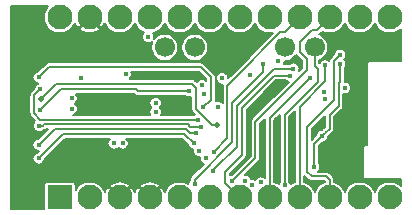
<source format=gbr>
G04 #@! TF.GenerationSoftware,KiCad,Pcbnew,5.1.5+dfsg1-2build2*
G04 #@! TF.CreationDate,2021-03-15T22:22:59+01:00*
G04 #@! TF.ProjectId,ProMicro_ESP,50726f4d-6963-4726-9f5f-4553502e6b69,v1.0*
G04 #@! TF.SameCoordinates,Original*
G04 #@! TF.FileFunction,Copper,L2,Inr*
G04 #@! TF.FilePolarity,Positive*
%FSLAX46Y46*%
G04 Gerber Fmt 4.6, Leading zero omitted, Abs format (unit mm)*
G04 Created by KiCad*
%MOMM*%
%LPD*%
G04 APERTURE LIST*
%ADD10C,1.700000*%
%ADD11C,2.100000*%
%ADD12R,2.100000X2.100000*%
%ADD13C,0.500000*%
%ADD14C,0.450000*%
%ADD15C,0.200000*%
G04 APERTURE END LIST*
D10*
X135890000Y-82550000D03*
X133350000Y-82550000D03*
X143510000Y-82550000D03*
X146050000Y-82550000D03*
D11*
X124460000Y-80010000D03*
X127000000Y-80010000D03*
X129540000Y-80010000D03*
X152400000Y-95250000D03*
X132080000Y-80010000D03*
X149860000Y-95250000D03*
X134620000Y-80010000D03*
X147320000Y-95250000D03*
X137160000Y-80010000D03*
X144780000Y-95250000D03*
X139700000Y-80010000D03*
X142240000Y-95250000D03*
X142240000Y-80010000D03*
X139700000Y-95250000D03*
X144780000Y-80010000D03*
X137160000Y-95250000D03*
X147320000Y-80010000D03*
X134620000Y-95250000D03*
X149860000Y-80010000D03*
X132080000Y-95250000D03*
X152400000Y-80010000D03*
X129540000Y-95250000D03*
X127000000Y-95250000D03*
D12*
X124460000Y-95250000D03*
D13*
X142875000Y-90805000D03*
D14*
X146685000Y-89090500D03*
X147193000Y-91059000D03*
X148082000Y-91186000D03*
X148971000Y-91313000D03*
X149860000Y-90805000D03*
X150368000Y-89027000D03*
X150368000Y-89662000D03*
X150368000Y-90297000D03*
X150368000Y-88392000D03*
X150368000Y-87757000D03*
X150368000Y-87122000D03*
X150368000Y-86487000D03*
X150368000Y-85852000D03*
X150368000Y-85217000D03*
X150368000Y-84582000D03*
X149987000Y-93091000D03*
X149987000Y-84074000D03*
X149987000Y-83439000D03*
X149987000Y-82804000D03*
X149860000Y-91567000D03*
X146050000Y-94234000D03*
X122682000Y-90043000D03*
X120904000Y-94615000D03*
X121793000Y-94615000D03*
X122682000Y-94615000D03*
X120904000Y-80645000D03*
X121793000Y-80645000D03*
X122682000Y-80645000D03*
X146685000Y-92329000D03*
X132969000Y-90424000D03*
X128905000Y-88138000D03*
X130048000Y-86741000D03*
X141605000Y-90805000D03*
X132842000Y-85090000D03*
X125349000Y-90678000D03*
X125349000Y-91313000D03*
X124460000Y-83566000D03*
X123571000Y-83566000D03*
X147574000Y-82804000D03*
X148590000Y-90551000D03*
X133731000Y-90424000D03*
X131318000Y-84963000D03*
X147574000Y-82042000D03*
X148209000Y-82423000D03*
X133985000Y-92583000D03*
D13*
X144145000Y-90805000D03*
D14*
X140462000Y-90805000D03*
D13*
X140970000Y-81026000D03*
X139065000Y-82550000D03*
X133731000Y-88074500D03*
D14*
X144780000Y-83693000D03*
D13*
X127508000Y-83058000D03*
D14*
X146685000Y-90043000D03*
X148209000Y-83947000D03*
X146005567Y-92656978D03*
X141656859Y-83943285D03*
X135890000Y-94107000D03*
X142984990Y-83731647D03*
X140606848Y-84854003D03*
X137504344Y-91387833D03*
X136844115Y-91930990D03*
X148607010Y-85965487D03*
X148209000Y-83185000D03*
X146939000Y-84074000D03*
X136542010Y-85761021D03*
X145669000Y-85126021D03*
X143980701Y-84945990D03*
X146909955Y-86943415D03*
X146853937Y-86293072D03*
X129032000Y-90678000D03*
X141478000Y-93980000D03*
X129794000Y-90678000D03*
X140742995Y-94207005D03*
X138229739Y-85163261D03*
X144254990Y-84345010D03*
X137428134Y-92973944D03*
X139065000Y-93853000D03*
X136271000Y-91313000D03*
X137855250Y-87591554D03*
X136715500Y-86530977D03*
X135432399Y-86250010D03*
X122826010Y-87820500D03*
X143510000Y-94234000D03*
X140159967Y-93843178D03*
X122682000Y-91948000D03*
X135805510Y-90670527D03*
X122682000Y-90805000D03*
X135976457Y-89771778D03*
X136428174Y-89246768D03*
X122730009Y-89179169D03*
X122809000Y-86106000D03*
X136142268Y-88663010D03*
X122682000Y-85090000D03*
X136634990Y-87612990D03*
X130048008Y-84836000D03*
X126238000Y-85107010D03*
X131953000Y-81661000D03*
X132588000Y-88011000D03*
X125476000Y-87757000D03*
X125476000Y-86868000D03*
X132588000Y-87266010D03*
D13*
X137795000Y-89107990D03*
X122851000Y-86931500D03*
D15*
X146005567Y-90722433D02*
X146685000Y-90043000D01*
X146005567Y-92656978D02*
X146005567Y-90722433D01*
X148209000Y-85471000D02*
X148209000Y-83947000D01*
X148082000Y-85598000D02*
X148209000Y-85471000D01*
X148082000Y-87503000D02*
X148082000Y-85598000D01*
X147320000Y-88265000D02*
X148082000Y-87503000D01*
X146937001Y-89806001D02*
X147320000Y-89423002D01*
X147320000Y-89423002D02*
X147320000Y-88265000D01*
X146921999Y-89806001D02*
X146937001Y-89806001D01*
X146685000Y-90043000D02*
X146921999Y-89806001D01*
X135890000Y-93788802D02*
X135890000Y-94107000D01*
X135890000Y-93769601D02*
X135890000Y-93788802D01*
X139065000Y-90594601D02*
X135890000Y-93769601D01*
X141656859Y-84657141D02*
X139065000Y-87249000D01*
X139065000Y-87249000D02*
X139065000Y-90594601D01*
X141656859Y-83943285D02*
X141656859Y-84657141D01*
X143510000Y-81280000D02*
X144780000Y-80010000D01*
X143129000Y-81280000D02*
X143510000Y-81280000D01*
X139319000Y-85153500D02*
X143129000Y-81280000D01*
X138664990Y-85807510D02*
X139319000Y-85153500D01*
X138664990Y-90227187D02*
X138664990Y-85807510D01*
X137504344Y-91387833D02*
X138664990Y-90227187D01*
X147984001Y-83409999D02*
X148209000Y-83185000D01*
X147681989Y-87014011D02*
X147681989Y-83712011D01*
X145415000Y-89281000D02*
X147681989Y-87014011D01*
X147681989Y-83712011D02*
X147984001Y-83409999D01*
X145796000Y-93472000D02*
X145415000Y-93091000D01*
X147026924Y-93472000D02*
X145796000Y-93472000D01*
X145415000Y-93091000D02*
X145415000Y-89281000D01*
X147320000Y-93765076D02*
X147026924Y-93472000D01*
X147320000Y-95250000D02*
X147320000Y-93765076D01*
X144780000Y-95250000D02*
X144780000Y-87560700D01*
X144780000Y-87560700D02*
X146939000Y-85401700D01*
X146939000Y-85401700D02*
X146939000Y-84392198D01*
X146939000Y-84392198D02*
X146939000Y-84074000D01*
X145444001Y-85351020D02*
X145669000Y-85126021D01*
X142240000Y-95250000D02*
X142240000Y-88555021D01*
X142240000Y-88555021D02*
X145444001Y-85351020D01*
X139890500Y-87693500D02*
X142638010Y-84945990D01*
X139890500Y-91694000D02*
X139890500Y-87693500D01*
X138500024Y-93084476D02*
X139890500Y-91694000D01*
X142638010Y-84945990D02*
X143980701Y-84945990D01*
X138500024Y-94050024D02*
X138500024Y-93084476D01*
X139700000Y-95250000D02*
X138500024Y-94050024D01*
X137653133Y-92748945D02*
X137428134Y-92973944D01*
X139465011Y-90937067D02*
X137653133Y-92748945D01*
X139465011Y-87483989D02*
X139465011Y-90937067D01*
X142603990Y-84345010D02*
X139465011Y-87483989D01*
X144254990Y-84345010D02*
X142603990Y-84345010D01*
X145837999Y-81059999D02*
X146270001Y-81059999D01*
X144780000Y-82117998D02*
X145837999Y-81059999D01*
X144780000Y-82931000D02*
X144780000Y-82117998D01*
X146270001Y-81059999D02*
X147320000Y-80010000D01*
X145415000Y-83566000D02*
X144780000Y-82931000D01*
X141033500Y-88836500D02*
X145415000Y-84455000D01*
X145415000Y-84455000D02*
X145415000Y-83566000D01*
X141033500Y-91884500D02*
X141033500Y-88836500D01*
X139065000Y-93853000D02*
X141033500Y-91884500D01*
X123051009Y-87595501D02*
X122826010Y-87820500D01*
X130937000Y-86106000D02*
X124540510Y-86106000D01*
X131081010Y-86250010D02*
X130937000Y-86106000D01*
X124540510Y-86106000D02*
X123051009Y-87595501D01*
X135432399Y-86250010D02*
X131081010Y-86250010D01*
X146050000Y-82550000D02*
X146050000Y-84089004D01*
X146050000Y-84089004D02*
X146304000Y-84343004D01*
X146304000Y-84343004D02*
X146304000Y-85471000D01*
X146304000Y-85471000D02*
X143510000Y-88265000D01*
X143510000Y-88265000D02*
X143510000Y-93915802D01*
X143510000Y-93915802D02*
X143510000Y-94234000D01*
X124766966Y-89863034D02*
X134998017Y-89863034D01*
X122682000Y-91948000D02*
X124766966Y-89863034D01*
X134998017Y-89863034D02*
X135805510Y-90670527D01*
X135163706Y-89463023D02*
X135472461Y-89771778D01*
X135658259Y-89771778D02*
X135976457Y-89771778D01*
X135472461Y-89771778D02*
X135658259Y-89771778D01*
X122682000Y-90805000D02*
X124023977Y-89463023D01*
X124023977Y-89463023D02*
X135163706Y-89463023D01*
X123048207Y-89179169D02*
X122730009Y-89179169D01*
X136428174Y-89246768D02*
X135513151Y-89246768D01*
X135513151Y-89246768D02*
X135329404Y-89063021D01*
X135329404Y-89063021D02*
X123164355Y-89063021D01*
X123164355Y-89063021D02*
X123048207Y-89179169D01*
X135824070Y-88663010D02*
X136142268Y-88663010D01*
X122301000Y-88138000D02*
X122826010Y-88663010D01*
X122301000Y-86614000D02*
X122301000Y-88138000D01*
X122809000Y-86106000D02*
X122301000Y-86614000D01*
X122826010Y-88663010D02*
X135824070Y-88663010D01*
X123571000Y-84201000D02*
X122682000Y-85090000D01*
X136398000Y-84201000D02*
X123571000Y-84201000D01*
X137287000Y-85090000D02*
X136398000Y-84201000D01*
X137287000Y-86960980D02*
X137287000Y-85090000D01*
X136634990Y-87612990D02*
X137287000Y-86960980D01*
X122872500Y-86931500D02*
X122851000Y-86931500D01*
X124171989Y-85632011D02*
X122872500Y-86931500D01*
X135670011Y-85632011D02*
X124171989Y-85632011D01*
X136017000Y-85979000D02*
X135670011Y-85632011D01*
X136017000Y-87772002D02*
X136017000Y-85979000D01*
X137352988Y-89107990D02*
X136017000Y-87772002D01*
X137795000Y-89107990D02*
X137352988Y-89107990D01*
G36*
X123411387Y-79149425D02*
G01*
X123263646Y-79370535D01*
X123161880Y-79616220D01*
X123110000Y-79877037D01*
X123110000Y-80142963D01*
X123161880Y-80403780D01*
X123263646Y-80649465D01*
X123411387Y-80870575D01*
X123599425Y-81058613D01*
X123820535Y-81206354D01*
X124066220Y-81308120D01*
X124327037Y-81360000D01*
X124592963Y-81360000D01*
X124853780Y-81308120D01*
X125099465Y-81206354D01*
X125320575Y-81058613D01*
X125428343Y-80950845D01*
X126129866Y-80950845D01*
X126243644Y-81136101D01*
X126477869Y-81262021D01*
X126732159Y-81339827D01*
X126996742Y-81366528D01*
X127261449Y-81341098D01*
X127516110Y-81264515D01*
X127750937Y-81139721D01*
X127756356Y-81136101D01*
X127870134Y-80950845D01*
X127000000Y-80080711D01*
X126129866Y-80950845D01*
X125428343Y-80950845D01*
X125508613Y-80870575D01*
X125656354Y-80649465D01*
X125729486Y-80472909D01*
X125745485Y-80526110D01*
X125870279Y-80760937D01*
X125873899Y-80766356D01*
X126059155Y-80880134D01*
X126929289Y-80010000D01*
X126915147Y-79995858D01*
X126985858Y-79925147D01*
X127000000Y-79939289D01*
X127014142Y-79925147D01*
X127084853Y-79995858D01*
X127070711Y-80010000D01*
X127940845Y-80880134D01*
X128126101Y-80766356D01*
X128252021Y-80532131D01*
X128270300Y-80472391D01*
X128343646Y-80649465D01*
X128491387Y-80870575D01*
X128679425Y-81058613D01*
X128900535Y-81206354D01*
X129146220Y-81308120D01*
X129407037Y-81360000D01*
X129672963Y-81360000D01*
X129933780Y-81308120D01*
X130179465Y-81206354D01*
X130400575Y-81058613D01*
X130588613Y-80870575D01*
X130736354Y-80649465D01*
X130810000Y-80471668D01*
X130883646Y-80649465D01*
X131031387Y-80870575D01*
X131219425Y-81058613D01*
X131440535Y-81206354D01*
X131599386Y-81272152D01*
X131545206Y-81326332D01*
X131487751Y-81412319D01*
X131448176Y-81507863D01*
X131428000Y-81609292D01*
X131428000Y-81712708D01*
X131448176Y-81814137D01*
X131487751Y-81909681D01*
X131545206Y-81995668D01*
X131618332Y-82068794D01*
X131704319Y-82126249D01*
X131799863Y-82165824D01*
X131901292Y-82186000D01*
X132004708Y-82186000D01*
X132106137Y-82165824D01*
X132201681Y-82126249D01*
X132287668Y-82068794D01*
X132316525Y-82039937D01*
X132244194Y-82214557D01*
X132200000Y-82436735D01*
X132200000Y-82663265D01*
X132244194Y-82885443D01*
X132330884Y-83094729D01*
X132456737Y-83283082D01*
X132616918Y-83443263D01*
X132805271Y-83569116D01*
X133014557Y-83655806D01*
X133236735Y-83700000D01*
X133463265Y-83700000D01*
X133685443Y-83655806D01*
X133894729Y-83569116D01*
X134083082Y-83443263D01*
X134243263Y-83283082D01*
X134369116Y-83094729D01*
X134455806Y-82885443D01*
X134500000Y-82663265D01*
X134500000Y-82436735D01*
X134740000Y-82436735D01*
X134740000Y-82663265D01*
X134784194Y-82885443D01*
X134870884Y-83094729D01*
X134996737Y-83283082D01*
X135156918Y-83443263D01*
X135345271Y-83569116D01*
X135554557Y-83655806D01*
X135776735Y-83700000D01*
X136003265Y-83700000D01*
X136225443Y-83655806D01*
X136434729Y-83569116D01*
X136623082Y-83443263D01*
X136783263Y-83283082D01*
X136909116Y-83094729D01*
X136995806Y-82885443D01*
X137040000Y-82663265D01*
X137040000Y-82436735D01*
X136995806Y-82214557D01*
X136909116Y-82005271D01*
X136783263Y-81816918D01*
X136623082Y-81656737D01*
X136434729Y-81530884D01*
X136225443Y-81444194D01*
X136003265Y-81400000D01*
X135776735Y-81400000D01*
X135554557Y-81444194D01*
X135345271Y-81530884D01*
X135156918Y-81656737D01*
X134996737Y-81816918D01*
X134870884Y-82005271D01*
X134784194Y-82214557D01*
X134740000Y-82436735D01*
X134500000Y-82436735D01*
X134455806Y-82214557D01*
X134369116Y-82005271D01*
X134243263Y-81816918D01*
X134083082Y-81656737D01*
X133894729Y-81530884D01*
X133685443Y-81444194D01*
X133463265Y-81400000D01*
X133236735Y-81400000D01*
X133014557Y-81444194D01*
X132805271Y-81530884D01*
X132616918Y-81656737D01*
X132456737Y-81816918D01*
X132456566Y-81817174D01*
X132457824Y-81814137D01*
X132478000Y-81712708D01*
X132478000Y-81609292D01*
X132457824Y-81507863D01*
X132418249Y-81412319D01*
X132363308Y-81330094D01*
X132473780Y-81308120D01*
X132719465Y-81206354D01*
X132940575Y-81058613D01*
X133128613Y-80870575D01*
X133276354Y-80649465D01*
X133350000Y-80471668D01*
X133423646Y-80649465D01*
X133571387Y-80870575D01*
X133759425Y-81058613D01*
X133980535Y-81206354D01*
X134226220Y-81308120D01*
X134487037Y-81360000D01*
X134752963Y-81360000D01*
X135013780Y-81308120D01*
X135259465Y-81206354D01*
X135480575Y-81058613D01*
X135668613Y-80870575D01*
X135816354Y-80649465D01*
X135890000Y-80471668D01*
X135963646Y-80649465D01*
X136111387Y-80870575D01*
X136299425Y-81058613D01*
X136520535Y-81206354D01*
X136766220Y-81308120D01*
X137027037Y-81360000D01*
X137292963Y-81360000D01*
X137553780Y-81308120D01*
X137799465Y-81206354D01*
X138020575Y-81058613D01*
X138208613Y-80870575D01*
X138356354Y-80649465D01*
X138430000Y-80471668D01*
X138503646Y-80649465D01*
X138651387Y-80870575D01*
X138839425Y-81058613D01*
X139060535Y-81206354D01*
X139306220Y-81308120D01*
X139567037Y-81360000D01*
X139832963Y-81360000D01*
X140093780Y-81308120D01*
X140339465Y-81206354D01*
X140560575Y-81058613D01*
X140748613Y-80870575D01*
X140896354Y-80649465D01*
X140970000Y-80471668D01*
X141043646Y-80649465D01*
X141191387Y-80870575D01*
X141379425Y-81058613D01*
X141600535Y-81206354D01*
X141846220Y-81308120D01*
X142107037Y-81360000D01*
X142372963Y-81360000D01*
X142517528Y-81331244D01*
X139035111Y-84871703D01*
X138754739Y-85152075D01*
X138754739Y-85111553D01*
X138734563Y-85010124D01*
X138694988Y-84914580D01*
X138637533Y-84828593D01*
X138564407Y-84755467D01*
X138478420Y-84698012D01*
X138382876Y-84658437D01*
X138281447Y-84638261D01*
X138178031Y-84638261D01*
X138076602Y-84658437D01*
X137981058Y-84698012D01*
X137895071Y-84755467D01*
X137821945Y-84828593D01*
X137764490Y-84914580D01*
X137724915Y-85010124D01*
X137704739Y-85111553D01*
X137704739Y-85214969D01*
X137724915Y-85316398D01*
X137764490Y-85411942D01*
X137821945Y-85497929D01*
X137895071Y-85571055D01*
X137981058Y-85628510D01*
X138076602Y-85668085D01*
X138178031Y-85688261D01*
X138281447Y-85688261D01*
X138283276Y-85687897D01*
X138270778Y-85729097D01*
X138263055Y-85807510D01*
X138264991Y-85827166D01*
X138264991Y-87259799D01*
X138263044Y-87256886D01*
X138189918Y-87183760D01*
X138103931Y-87126305D01*
X138008387Y-87086730D01*
X137906958Y-87066554D01*
X137803542Y-87066554D01*
X137702113Y-87086730D01*
X137661786Y-87103434D01*
X137681212Y-87039394D01*
X137687000Y-86980627D01*
X137687000Y-86980617D01*
X137688934Y-86960981D01*
X137687000Y-86941345D01*
X137687000Y-85109647D01*
X137688935Y-85090000D01*
X137681212Y-85011586D01*
X137658340Y-84936185D01*
X137621197Y-84866697D01*
X137583735Y-84821049D01*
X137583733Y-84821047D01*
X137571211Y-84805789D01*
X137555953Y-84793267D01*
X136694737Y-83932052D01*
X136682211Y-83916789D01*
X136621303Y-83866803D01*
X136551814Y-83829660D01*
X136476414Y-83806788D01*
X136417647Y-83801000D01*
X136417646Y-83801000D01*
X136398000Y-83799065D01*
X136378354Y-83801000D01*
X123590647Y-83801000D01*
X123571000Y-83799065D01*
X123492586Y-83806788D01*
X123417185Y-83829660D01*
X123347697Y-83866803D01*
X123302049Y-83904265D01*
X123302047Y-83904267D01*
X123286789Y-83916789D01*
X123274267Y-83932047D01*
X122641315Y-84565000D01*
X122630292Y-84565000D01*
X122528863Y-84585176D01*
X122433319Y-84624751D01*
X122347332Y-84682206D01*
X122274206Y-84755332D01*
X122216751Y-84841319D01*
X122177176Y-84936863D01*
X122157000Y-85038292D01*
X122157000Y-85141708D01*
X122177176Y-85243137D01*
X122216751Y-85338681D01*
X122274206Y-85424668D01*
X122347332Y-85497794D01*
X122433319Y-85555249D01*
X122528863Y-85594824D01*
X122625020Y-85613951D01*
X122560319Y-85640751D01*
X122474332Y-85698206D01*
X122401206Y-85771332D01*
X122343751Y-85857319D01*
X122304176Y-85952863D01*
X122284000Y-86054292D01*
X122284000Y-86065315D01*
X122032052Y-86317263D01*
X122016789Y-86329789D01*
X121966803Y-86390698D01*
X121929660Y-86460187D01*
X121923872Y-86479269D01*
X121906788Y-86535587D01*
X121899065Y-86614000D01*
X121901000Y-86633647D01*
X121901001Y-88118344D01*
X121899065Y-88138000D01*
X121906788Y-88216413D01*
X121929661Y-88291814D01*
X121966803Y-88361302D01*
X122004265Y-88406950D01*
X122004268Y-88406953D01*
X122016790Y-88422211D01*
X122032047Y-88434732D01*
X122382015Y-88784701D01*
X122322215Y-88844501D01*
X122264760Y-88930488D01*
X122225185Y-89026032D01*
X122205009Y-89127461D01*
X122205009Y-89230877D01*
X122225185Y-89332306D01*
X122264760Y-89427850D01*
X122322215Y-89513837D01*
X122395341Y-89586963D01*
X122481328Y-89644418D01*
X122576872Y-89683993D01*
X122678301Y-89704169D01*
X122781717Y-89704169D01*
X122883146Y-89683993D01*
X122978690Y-89644418D01*
X123064677Y-89586963D01*
X123072975Y-89578665D01*
X123126621Y-89573381D01*
X123202021Y-89550509D01*
X123271510Y-89513366D01*
X123332418Y-89463380D01*
X123332713Y-89463021D01*
X123458293Y-89463021D01*
X122641315Y-90280000D01*
X122630292Y-90280000D01*
X122528863Y-90300176D01*
X122433319Y-90339751D01*
X122347332Y-90397206D01*
X122274206Y-90470332D01*
X122216751Y-90556319D01*
X122177176Y-90651863D01*
X122157000Y-90753292D01*
X122157000Y-90856708D01*
X122177176Y-90958137D01*
X122216751Y-91053681D01*
X122274206Y-91139668D01*
X122347332Y-91212794D01*
X122433319Y-91270249D01*
X122528863Y-91309824D01*
X122630292Y-91330000D01*
X122733708Y-91330000D01*
X122734466Y-91329849D01*
X122641315Y-91423000D01*
X122630292Y-91423000D01*
X122528863Y-91443176D01*
X122433319Y-91482751D01*
X122347332Y-91540206D01*
X122274206Y-91613332D01*
X122216751Y-91699319D01*
X122177176Y-91794863D01*
X122157000Y-91896292D01*
X122157000Y-91999708D01*
X122177176Y-92101137D01*
X122216751Y-92196681D01*
X122274206Y-92282668D01*
X122347332Y-92355794D01*
X122433319Y-92413249D01*
X122528863Y-92452824D01*
X122630292Y-92473000D01*
X122733708Y-92473000D01*
X122835137Y-92452824D01*
X122930681Y-92413249D01*
X123016668Y-92355794D01*
X123089794Y-92282668D01*
X123147249Y-92196681D01*
X123186824Y-92101137D01*
X123207000Y-91999708D01*
X123207000Y-91988685D01*
X124932652Y-90263034D01*
X128708066Y-90263034D01*
X128697332Y-90270206D01*
X128624206Y-90343332D01*
X128566751Y-90429319D01*
X128527176Y-90524863D01*
X128507000Y-90626292D01*
X128507000Y-90729708D01*
X128527176Y-90831137D01*
X128566751Y-90926681D01*
X128624206Y-91012668D01*
X128697332Y-91085794D01*
X128783319Y-91143249D01*
X128878863Y-91182824D01*
X128980292Y-91203000D01*
X129083708Y-91203000D01*
X129185137Y-91182824D01*
X129280681Y-91143249D01*
X129366668Y-91085794D01*
X129413000Y-91039462D01*
X129459332Y-91085794D01*
X129545319Y-91143249D01*
X129640863Y-91182824D01*
X129742292Y-91203000D01*
X129845708Y-91203000D01*
X129947137Y-91182824D01*
X130042681Y-91143249D01*
X130128668Y-91085794D01*
X130201794Y-91012668D01*
X130259249Y-90926681D01*
X130298824Y-90831137D01*
X130319000Y-90729708D01*
X130319000Y-90626292D01*
X130298824Y-90524863D01*
X130259249Y-90429319D01*
X130201794Y-90343332D01*
X130128668Y-90270206D01*
X130117934Y-90263034D01*
X134832332Y-90263034D01*
X135280510Y-90711212D01*
X135280510Y-90722235D01*
X135300686Y-90823664D01*
X135340261Y-90919208D01*
X135397716Y-91005195D01*
X135470842Y-91078321D01*
X135556829Y-91135776D01*
X135652373Y-91175351D01*
X135753802Y-91195527D01*
X135759082Y-91195527D01*
X135746000Y-91261292D01*
X135746000Y-91364708D01*
X135766176Y-91466137D01*
X135805751Y-91561681D01*
X135863206Y-91647668D01*
X135936332Y-91720794D01*
X136022319Y-91778249D01*
X136117863Y-91817824D01*
X136219292Y-91838000D01*
X136322708Y-91838000D01*
X136327517Y-91837043D01*
X136319115Y-91879282D01*
X136319115Y-91982698D01*
X136339291Y-92084127D01*
X136378866Y-92179671D01*
X136436321Y-92265658D01*
X136509447Y-92338784D01*
X136595434Y-92396239D01*
X136667731Y-92426185D01*
X135621052Y-93472864D01*
X135605789Y-93485390D01*
X135555803Y-93546299D01*
X135518660Y-93615788D01*
X135509698Y-93645332D01*
X135495788Y-93691188D01*
X135488407Y-93766131D01*
X135482206Y-93772332D01*
X135424751Y-93858319D01*
X135385176Y-93953863D01*
X135365000Y-94055292D01*
X135365000Y-94124162D01*
X135259465Y-94053646D01*
X135013780Y-93951880D01*
X134752963Y-93900000D01*
X134487037Y-93900000D01*
X134226220Y-93951880D01*
X133980535Y-94053646D01*
X133759425Y-94201387D01*
X133571387Y-94389425D01*
X133423646Y-94610535D01*
X133350514Y-94787091D01*
X133334515Y-94733890D01*
X133209721Y-94499063D01*
X133206101Y-94493644D01*
X133020845Y-94379866D01*
X132150711Y-95250000D01*
X132164853Y-95264142D01*
X132094142Y-95334853D01*
X132080000Y-95320711D01*
X132065858Y-95334853D01*
X131995147Y-95264142D01*
X132009289Y-95250000D01*
X131139155Y-94379866D01*
X130953899Y-94493644D01*
X130827979Y-94727869D01*
X130810189Y-94786011D01*
X130794515Y-94733890D01*
X130669721Y-94499063D01*
X130666101Y-94493644D01*
X130480845Y-94379866D01*
X129610711Y-95250000D01*
X129624853Y-95264142D01*
X129554142Y-95334853D01*
X129540000Y-95320711D01*
X129525858Y-95334853D01*
X129455147Y-95264142D01*
X129469289Y-95250000D01*
X128599155Y-94379866D01*
X128413899Y-94493644D01*
X128287979Y-94727869D01*
X128269700Y-94787609D01*
X128196354Y-94610535D01*
X128048613Y-94389425D01*
X127968343Y-94309155D01*
X128669866Y-94309155D01*
X129540000Y-95179289D01*
X130410134Y-94309155D01*
X131209866Y-94309155D01*
X132080000Y-95179289D01*
X132950134Y-94309155D01*
X132836356Y-94123899D01*
X132602131Y-93997979D01*
X132347841Y-93920173D01*
X132083258Y-93893472D01*
X131818551Y-93918902D01*
X131563890Y-93995485D01*
X131329063Y-94120279D01*
X131323644Y-94123899D01*
X131209866Y-94309155D01*
X130410134Y-94309155D01*
X130296356Y-94123899D01*
X130062131Y-93997979D01*
X129807841Y-93920173D01*
X129543258Y-93893472D01*
X129278551Y-93918902D01*
X129023890Y-93995485D01*
X128789063Y-94120279D01*
X128783644Y-94123899D01*
X128669866Y-94309155D01*
X127968343Y-94309155D01*
X127860575Y-94201387D01*
X127639465Y-94053646D01*
X127393780Y-93951880D01*
X127132963Y-93900000D01*
X126867037Y-93900000D01*
X126606220Y-93951880D01*
X126360535Y-94053646D01*
X126139425Y-94201387D01*
X125951387Y-94389425D01*
X125811451Y-94598854D01*
X125811451Y-94200000D01*
X125805659Y-94141190D01*
X125788504Y-94084640D01*
X125760647Y-94032523D01*
X125723158Y-93986842D01*
X125677477Y-93949353D01*
X125625360Y-93921496D01*
X125568810Y-93904341D01*
X125510000Y-93898549D01*
X123410000Y-93898549D01*
X123351190Y-93904341D01*
X123294640Y-93921496D01*
X123242523Y-93949353D01*
X123196842Y-93986842D01*
X123159353Y-94032523D01*
X123131496Y-94084640D01*
X123114341Y-94141190D01*
X123108549Y-94200000D01*
X123108549Y-96195000D01*
X120340000Y-96195000D01*
X120340000Y-79065000D01*
X123495812Y-79065000D01*
X123411387Y-79149425D01*
G37*
X123411387Y-79149425D02*
X123263646Y-79370535D01*
X123161880Y-79616220D01*
X123110000Y-79877037D01*
X123110000Y-80142963D01*
X123161880Y-80403780D01*
X123263646Y-80649465D01*
X123411387Y-80870575D01*
X123599425Y-81058613D01*
X123820535Y-81206354D01*
X124066220Y-81308120D01*
X124327037Y-81360000D01*
X124592963Y-81360000D01*
X124853780Y-81308120D01*
X125099465Y-81206354D01*
X125320575Y-81058613D01*
X125428343Y-80950845D01*
X126129866Y-80950845D01*
X126243644Y-81136101D01*
X126477869Y-81262021D01*
X126732159Y-81339827D01*
X126996742Y-81366528D01*
X127261449Y-81341098D01*
X127516110Y-81264515D01*
X127750937Y-81139721D01*
X127756356Y-81136101D01*
X127870134Y-80950845D01*
X127000000Y-80080711D01*
X126129866Y-80950845D01*
X125428343Y-80950845D01*
X125508613Y-80870575D01*
X125656354Y-80649465D01*
X125729486Y-80472909D01*
X125745485Y-80526110D01*
X125870279Y-80760937D01*
X125873899Y-80766356D01*
X126059155Y-80880134D01*
X126929289Y-80010000D01*
X126915147Y-79995858D01*
X126985858Y-79925147D01*
X127000000Y-79939289D01*
X127014142Y-79925147D01*
X127084853Y-79995858D01*
X127070711Y-80010000D01*
X127940845Y-80880134D01*
X128126101Y-80766356D01*
X128252021Y-80532131D01*
X128270300Y-80472391D01*
X128343646Y-80649465D01*
X128491387Y-80870575D01*
X128679425Y-81058613D01*
X128900535Y-81206354D01*
X129146220Y-81308120D01*
X129407037Y-81360000D01*
X129672963Y-81360000D01*
X129933780Y-81308120D01*
X130179465Y-81206354D01*
X130400575Y-81058613D01*
X130588613Y-80870575D01*
X130736354Y-80649465D01*
X130810000Y-80471668D01*
X130883646Y-80649465D01*
X131031387Y-80870575D01*
X131219425Y-81058613D01*
X131440535Y-81206354D01*
X131599386Y-81272152D01*
X131545206Y-81326332D01*
X131487751Y-81412319D01*
X131448176Y-81507863D01*
X131428000Y-81609292D01*
X131428000Y-81712708D01*
X131448176Y-81814137D01*
X131487751Y-81909681D01*
X131545206Y-81995668D01*
X131618332Y-82068794D01*
X131704319Y-82126249D01*
X131799863Y-82165824D01*
X131901292Y-82186000D01*
X132004708Y-82186000D01*
X132106137Y-82165824D01*
X132201681Y-82126249D01*
X132287668Y-82068794D01*
X132316525Y-82039937D01*
X132244194Y-82214557D01*
X132200000Y-82436735D01*
X132200000Y-82663265D01*
X132244194Y-82885443D01*
X132330884Y-83094729D01*
X132456737Y-83283082D01*
X132616918Y-83443263D01*
X132805271Y-83569116D01*
X133014557Y-83655806D01*
X133236735Y-83700000D01*
X133463265Y-83700000D01*
X133685443Y-83655806D01*
X133894729Y-83569116D01*
X134083082Y-83443263D01*
X134243263Y-83283082D01*
X134369116Y-83094729D01*
X134455806Y-82885443D01*
X134500000Y-82663265D01*
X134500000Y-82436735D01*
X134740000Y-82436735D01*
X134740000Y-82663265D01*
X134784194Y-82885443D01*
X134870884Y-83094729D01*
X134996737Y-83283082D01*
X135156918Y-83443263D01*
X135345271Y-83569116D01*
X135554557Y-83655806D01*
X135776735Y-83700000D01*
X136003265Y-83700000D01*
X136225443Y-83655806D01*
X136434729Y-83569116D01*
X136623082Y-83443263D01*
X136783263Y-83283082D01*
X136909116Y-83094729D01*
X136995806Y-82885443D01*
X137040000Y-82663265D01*
X137040000Y-82436735D01*
X136995806Y-82214557D01*
X136909116Y-82005271D01*
X136783263Y-81816918D01*
X136623082Y-81656737D01*
X136434729Y-81530884D01*
X136225443Y-81444194D01*
X136003265Y-81400000D01*
X135776735Y-81400000D01*
X135554557Y-81444194D01*
X135345271Y-81530884D01*
X135156918Y-81656737D01*
X134996737Y-81816918D01*
X134870884Y-82005271D01*
X134784194Y-82214557D01*
X134740000Y-82436735D01*
X134500000Y-82436735D01*
X134455806Y-82214557D01*
X134369116Y-82005271D01*
X134243263Y-81816918D01*
X134083082Y-81656737D01*
X133894729Y-81530884D01*
X133685443Y-81444194D01*
X133463265Y-81400000D01*
X133236735Y-81400000D01*
X133014557Y-81444194D01*
X132805271Y-81530884D01*
X132616918Y-81656737D01*
X132456737Y-81816918D01*
X132456566Y-81817174D01*
X132457824Y-81814137D01*
X132478000Y-81712708D01*
X132478000Y-81609292D01*
X132457824Y-81507863D01*
X132418249Y-81412319D01*
X132363308Y-81330094D01*
X132473780Y-81308120D01*
X132719465Y-81206354D01*
X132940575Y-81058613D01*
X133128613Y-80870575D01*
X133276354Y-80649465D01*
X133350000Y-80471668D01*
X133423646Y-80649465D01*
X133571387Y-80870575D01*
X133759425Y-81058613D01*
X133980535Y-81206354D01*
X134226220Y-81308120D01*
X134487037Y-81360000D01*
X134752963Y-81360000D01*
X135013780Y-81308120D01*
X135259465Y-81206354D01*
X135480575Y-81058613D01*
X135668613Y-80870575D01*
X135816354Y-80649465D01*
X135890000Y-80471668D01*
X135963646Y-80649465D01*
X136111387Y-80870575D01*
X136299425Y-81058613D01*
X136520535Y-81206354D01*
X136766220Y-81308120D01*
X137027037Y-81360000D01*
X137292963Y-81360000D01*
X137553780Y-81308120D01*
X137799465Y-81206354D01*
X138020575Y-81058613D01*
X138208613Y-80870575D01*
X138356354Y-80649465D01*
X138430000Y-80471668D01*
X138503646Y-80649465D01*
X138651387Y-80870575D01*
X138839425Y-81058613D01*
X139060535Y-81206354D01*
X139306220Y-81308120D01*
X139567037Y-81360000D01*
X139832963Y-81360000D01*
X140093780Y-81308120D01*
X140339465Y-81206354D01*
X140560575Y-81058613D01*
X140748613Y-80870575D01*
X140896354Y-80649465D01*
X140970000Y-80471668D01*
X141043646Y-80649465D01*
X141191387Y-80870575D01*
X141379425Y-81058613D01*
X141600535Y-81206354D01*
X141846220Y-81308120D01*
X142107037Y-81360000D01*
X142372963Y-81360000D01*
X142517528Y-81331244D01*
X139035111Y-84871703D01*
X138754739Y-85152075D01*
X138754739Y-85111553D01*
X138734563Y-85010124D01*
X138694988Y-84914580D01*
X138637533Y-84828593D01*
X138564407Y-84755467D01*
X138478420Y-84698012D01*
X138382876Y-84658437D01*
X138281447Y-84638261D01*
X138178031Y-84638261D01*
X138076602Y-84658437D01*
X137981058Y-84698012D01*
X137895071Y-84755467D01*
X137821945Y-84828593D01*
X137764490Y-84914580D01*
X137724915Y-85010124D01*
X137704739Y-85111553D01*
X137704739Y-85214969D01*
X137724915Y-85316398D01*
X137764490Y-85411942D01*
X137821945Y-85497929D01*
X137895071Y-85571055D01*
X137981058Y-85628510D01*
X138076602Y-85668085D01*
X138178031Y-85688261D01*
X138281447Y-85688261D01*
X138283276Y-85687897D01*
X138270778Y-85729097D01*
X138263055Y-85807510D01*
X138264991Y-85827166D01*
X138264991Y-87259799D01*
X138263044Y-87256886D01*
X138189918Y-87183760D01*
X138103931Y-87126305D01*
X138008387Y-87086730D01*
X137906958Y-87066554D01*
X137803542Y-87066554D01*
X137702113Y-87086730D01*
X137661786Y-87103434D01*
X137681212Y-87039394D01*
X137687000Y-86980627D01*
X137687000Y-86980617D01*
X137688934Y-86960981D01*
X137687000Y-86941345D01*
X137687000Y-85109647D01*
X137688935Y-85090000D01*
X137681212Y-85011586D01*
X137658340Y-84936185D01*
X137621197Y-84866697D01*
X137583735Y-84821049D01*
X137583733Y-84821047D01*
X137571211Y-84805789D01*
X137555953Y-84793267D01*
X136694737Y-83932052D01*
X136682211Y-83916789D01*
X136621303Y-83866803D01*
X136551814Y-83829660D01*
X136476414Y-83806788D01*
X136417647Y-83801000D01*
X136417646Y-83801000D01*
X136398000Y-83799065D01*
X136378354Y-83801000D01*
X123590647Y-83801000D01*
X123571000Y-83799065D01*
X123492586Y-83806788D01*
X123417185Y-83829660D01*
X123347697Y-83866803D01*
X123302049Y-83904265D01*
X123302047Y-83904267D01*
X123286789Y-83916789D01*
X123274267Y-83932047D01*
X122641315Y-84565000D01*
X122630292Y-84565000D01*
X122528863Y-84585176D01*
X122433319Y-84624751D01*
X122347332Y-84682206D01*
X122274206Y-84755332D01*
X122216751Y-84841319D01*
X122177176Y-84936863D01*
X122157000Y-85038292D01*
X122157000Y-85141708D01*
X122177176Y-85243137D01*
X122216751Y-85338681D01*
X122274206Y-85424668D01*
X122347332Y-85497794D01*
X122433319Y-85555249D01*
X122528863Y-85594824D01*
X122625020Y-85613951D01*
X122560319Y-85640751D01*
X122474332Y-85698206D01*
X122401206Y-85771332D01*
X122343751Y-85857319D01*
X122304176Y-85952863D01*
X122284000Y-86054292D01*
X122284000Y-86065315D01*
X122032052Y-86317263D01*
X122016789Y-86329789D01*
X121966803Y-86390698D01*
X121929660Y-86460187D01*
X121923872Y-86479269D01*
X121906788Y-86535587D01*
X121899065Y-86614000D01*
X121901000Y-86633647D01*
X121901001Y-88118344D01*
X121899065Y-88138000D01*
X121906788Y-88216413D01*
X121929661Y-88291814D01*
X121966803Y-88361302D01*
X122004265Y-88406950D01*
X122004268Y-88406953D01*
X122016790Y-88422211D01*
X122032047Y-88434732D01*
X122382015Y-88784701D01*
X122322215Y-88844501D01*
X122264760Y-88930488D01*
X122225185Y-89026032D01*
X122205009Y-89127461D01*
X122205009Y-89230877D01*
X122225185Y-89332306D01*
X122264760Y-89427850D01*
X122322215Y-89513837D01*
X122395341Y-89586963D01*
X122481328Y-89644418D01*
X122576872Y-89683993D01*
X122678301Y-89704169D01*
X122781717Y-89704169D01*
X122883146Y-89683993D01*
X122978690Y-89644418D01*
X123064677Y-89586963D01*
X123072975Y-89578665D01*
X123126621Y-89573381D01*
X123202021Y-89550509D01*
X123271510Y-89513366D01*
X123332418Y-89463380D01*
X123332713Y-89463021D01*
X123458293Y-89463021D01*
X122641315Y-90280000D01*
X122630292Y-90280000D01*
X122528863Y-90300176D01*
X122433319Y-90339751D01*
X122347332Y-90397206D01*
X122274206Y-90470332D01*
X122216751Y-90556319D01*
X122177176Y-90651863D01*
X122157000Y-90753292D01*
X122157000Y-90856708D01*
X122177176Y-90958137D01*
X122216751Y-91053681D01*
X122274206Y-91139668D01*
X122347332Y-91212794D01*
X122433319Y-91270249D01*
X122528863Y-91309824D01*
X122630292Y-91330000D01*
X122733708Y-91330000D01*
X122734466Y-91329849D01*
X122641315Y-91423000D01*
X122630292Y-91423000D01*
X122528863Y-91443176D01*
X122433319Y-91482751D01*
X122347332Y-91540206D01*
X122274206Y-91613332D01*
X122216751Y-91699319D01*
X122177176Y-91794863D01*
X122157000Y-91896292D01*
X122157000Y-91999708D01*
X122177176Y-92101137D01*
X122216751Y-92196681D01*
X122274206Y-92282668D01*
X122347332Y-92355794D01*
X122433319Y-92413249D01*
X122528863Y-92452824D01*
X122630292Y-92473000D01*
X122733708Y-92473000D01*
X122835137Y-92452824D01*
X122930681Y-92413249D01*
X123016668Y-92355794D01*
X123089794Y-92282668D01*
X123147249Y-92196681D01*
X123186824Y-92101137D01*
X123207000Y-91999708D01*
X123207000Y-91988685D01*
X124932652Y-90263034D01*
X128708066Y-90263034D01*
X128697332Y-90270206D01*
X128624206Y-90343332D01*
X128566751Y-90429319D01*
X128527176Y-90524863D01*
X128507000Y-90626292D01*
X128507000Y-90729708D01*
X128527176Y-90831137D01*
X128566751Y-90926681D01*
X128624206Y-91012668D01*
X128697332Y-91085794D01*
X128783319Y-91143249D01*
X128878863Y-91182824D01*
X128980292Y-91203000D01*
X129083708Y-91203000D01*
X129185137Y-91182824D01*
X129280681Y-91143249D01*
X129366668Y-91085794D01*
X129413000Y-91039462D01*
X129459332Y-91085794D01*
X129545319Y-91143249D01*
X129640863Y-91182824D01*
X129742292Y-91203000D01*
X129845708Y-91203000D01*
X129947137Y-91182824D01*
X130042681Y-91143249D01*
X130128668Y-91085794D01*
X130201794Y-91012668D01*
X130259249Y-90926681D01*
X130298824Y-90831137D01*
X130319000Y-90729708D01*
X130319000Y-90626292D01*
X130298824Y-90524863D01*
X130259249Y-90429319D01*
X130201794Y-90343332D01*
X130128668Y-90270206D01*
X130117934Y-90263034D01*
X134832332Y-90263034D01*
X135280510Y-90711212D01*
X135280510Y-90722235D01*
X135300686Y-90823664D01*
X135340261Y-90919208D01*
X135397716Y-91005195D01*
X135470842Y-91078321D01*
X135556829Y-91135776D01*
X135652373Y-91175351D01*
X135753802Y-91195527D01*
X135759082Y-91195527D01*
X135746000Y-91261292D01*
X135746000Y-91364708D01*
X135766176Y-91466137D01*
X135805751Y-91561681D01*
X135863206Y-91647668D01*
X135936332Y-91720794D01*
X136022319Y-91778249D01*
X136117863Y-91817824D01*
X136219292Y-91838000D01*
X136322708Y-91838000D01*
X136327517Y-91837043D01*
X136319115Y-91879282D01*
X136319115Y-91982698D01*
X136339291Y-92084127D01*
X136378866Y-92179671D01*
X136436321Y-92265658D01*
X136509447Y-92338784D01*
X136595434Y-92396239D01*
X136667731Y-92426185D01*
X135621052Y-93472864D01*
X135605789Y-93485390D01*
X135555803Y-93546299D01*
X135518660Y-93615788D01*
X135509698Y-93645332D01*
X135495788Y-93691188D01*
X135488407Y-93766131D01*
X135482206Y-93772332D01*
X135424751Y-93858319D01*
X135385176Y-93953863D01*
X135365000Y-94055292D01*
X135365000Y-94124162D01*
X135259465Y-94053646D01*
X135013780Y-93951880D01*
X134752963Y-93900000D01*
X134487037Y-93900000D01*
X134226220Y-93951880D01*
X133980535Y-94053646D01*
X133759425Y-94201387D01*
X133571387Y-94389425D01*
X133423646Y-94610535D01*
X133350514Y-94787091D01*
X133334515Y-94733890D01*
X133209721Y-94499063D01*
X133206101Y-94493644D01*
X133020845Y-94379866D01*
X132150711Y-95250000D01*
X132164853Y-95264142D01*
X132094142Y-95334853D01*
X132080000Y-95320711D01*
X132065858Y-95334853D01*
X131995147Y-95264142D01*
X132009289Y-95250000D01*
X131139155Y-94379866D01*
X130953899Y-94493644D01*
X130827979Y-94727869D01*
X130810189Y-94786011D01*
X130794515Y-94733890D01*
X130669721Y-94499063D01*
X130666101Y-94493644D01*
X130480845Y-94379866D01*
X129610711Y-95250000D01*
X129624853Y-95264142D01*
X129554142Y-95334853D01*
X129540000Y-95320711D01*
X129525858Y-95334853D01*
X129455147Y-95264142D01*
X129469289Y-95250000D01*
X128599155Y-94379866D01*
X128413899Y-94493644D01*
X128287979Y-94727869D01*
X128269700Y-94787609D01*
X128196354Y-94610535D01*
X128048613Y-94389425D01*
X127968343Y-94309155D01*
X128669866Y-94309155D01*
X129540000Y-95179289D01*
X130410134Y-94309155D01*
X131209866Y-94309155D01*
X132080000Y-95179289D01*
X132950134Y-94309155D01*
X132836356Y-94123899D01*
X132602131Y-93997979D01*
X132347841Y-93920173D01*
X132083258Y-93893472D01*
X131818551Y-93918902D01*
X131563890Y-93995485D01*
X131329063Y-94120279D01*
X131323644Y-94123899D01*
X131209866Y-94309155D01*
X130410134Y-94309155D01*
X130296356Y-94123899D01*
X130062131Y-93997979D01*
X129807841Y-93920173D01*
X129543258Y-93893472D01*
X129278551Y-93918902D01*
X129023890Y-93995485D01*
X128789063Y-94120279D01*
X128783644Y-94123899D01*
X128669866Y-94309155D01*
X127968343Y-94309155D01*
X127860575Y-94201387D01*
X127639465Y-94053646D01*
X127393780Y-93951880D01*
X127132963Y-93900000D01*
X126867037Y-93900000D01*
X126606220Y-93951880D01*
X126360535Y-94053646D01*
X126139425Y-94201387D01*
X125951387Y-94389425D01*
X125811451Y-94598854D01*
X125811451Y-94200000D01*
X125805659Y-94141190D01*
X125788504Y-94084640D01*
X125760647Y-94032523D01*
X125723158Y-93986842D01*
X125677477Y-93949353D01*
X125625360Y-93921496D01*
X125568810Y-93904341D01*
X125510000Y-93898549D01*
X123410000Y-93898549D01*
X123351190Y-93904341D01*
X123294640Y-93921496D01*
X123242523Y-93949353D01*
X123196842Y-93986842D01*
X123159353Y-94032523D01*
X123131496Y-94084640D01*
X123114341Y-94141190D01*
X123108549Y-94200000D01*
X123108549Y-96195000D01*
X120340000Y-96195000D01*
X120340000Y-79065000D01*
X123495812Y-79065000D01*
X123411387Y-79149425D01*
G36*
X151203646Y-80649465D02*
G01*
X151351387Y-80870575D01*
X151539425Y-81058613D01*
X151760535Y-81206354D01*
X152006220Y-81308120D01*
X152267037Y-81360000D01*
X152532963Y-81360000D01*
X152793780Y-81308120D01*
X153039465Y-81206354D01*
X153260575Y-81058613D01*
X153345001Y-80974187D01*
X153345001Y-83730913D01*
X150622000Y-83730913D01*
X150602491Y-83732834D01*
X150583732Y-83738525D01*
X150566443Y-83747766D01*
X150551289Y-83760202D01*
X150538853Y-83775356D01*
X150529612Y-83792645D01*
X150523921Y-83811404D01*
X150522000Y-83830913D01*
X150522000Y-90842913D01*
X150241000Y-90842913D01*
X150221491Y-90844834D01*
X150202732Y-90850525D01*
X150185443Y-90859766D01*
X150170289Y-90872202D01*
X150157853Y-90887356D01*
X150148612Y-90904645D01*
X150142921Y-90923404D01*
X150141000Y-90942913D01*
X150141000Y-93609913D01*
X150142921Y-93629422D01*
X150148612Y-93648181D01*
X150157853Y-93665470D01*
X150170289Y-93680624D01*
X150185443Y-93693060D01*
X150202732Y-93702301D01*
X150221491Y-93707992D01*
X150241000Y-93709913D01*
X153345000Y-93709913D01*
X153345000Y-94285812D01*
X153260575Y-94201387D01*
X153039465Y-94053646D01*
X152793780Y-93951880D01*
X152532963Y-93900000D01*
X152267037Y-93900000D01*
X152006220Y-93951880D01*
X151760535Y-94053646D01*
X151539425Y-94201387D01*
X151351387Y-94389425D01*
X151203646Y-94610535D01*
X151130000Y-94788332D01*
X151056354Y-94610535D01*
X150908613Y-94389425D01*
X150720575Y-94201387D01*
X150499465Y-94053646D01*
X150253780Y-93951880D01*
X149992963Y-93900000D01*
X149727037Y-93900000D01*
X149466220Y-93951880D01*
X149220535Y-94053646D01*
X148999425Y-94201387D01*
X148811387Y-94389425D01*
X148663646Y-94610535D01*
X148590000Y-94788332D01*
X148516354Y-94610535D01*
X148368613Y-94389425D01*
X148180575Y-94201387D01*
X147959465Y-94053646D01*
X147720000Y-93954456D01*
X147720000Y-93784719D01*
X147721935Y-93765075D01*
X147717084Y-93715827D01*
X147714212Y-93686662D01*
X147691340Y-93611262D01*
X147654197Y-93541773D01*
X147637633Y-93521590D01*
X147616735Y-93496125D01*
X147616733Y-93496123D01*
X147604211Y-93480865D01*
X147588953Y-93468343D01*
X147323661Y-93203052D01*
X147311135Y-93187789D01*
X147250227Y-93137803D01*
X147180738Y-93100660D01*
X147105338Y-93077788D01*
X147046571Y-93072000D01*
X147046570Y-93072000D01*
X147026924Y-93070065D01*
X147007278Y-93072000D01*
X146329418Y-93072000D01*
X146340235Y-93064772D01*
X146413361Y-92991646D01*
X146470816Y-92905659D01*
X146510391Y-92810115D01*
X146530567Y-92708686D01*
X146530567Y-92605270D01*
X146510391Y-92503841D01*
X146470816Y-92408297D01*
X146413361Y-92322310D01*
X146405567Y-92314516D01*
X146405567Y-90888118D01*
X146725685Y-90568000D01*
X146736708Y-90568000D01*
X146838137Y-90547824D01*
X146933681Y-90508249D01*
X147019668Y-90450794D01*
X147092794Y-90377668D01*
X147150249Y-90291681D01*
X147189824Y-90196137D01*
X147208881Y-90100331D01*
X147221212Y-90090212D01*
X147233738Y-90074949D01*
X147588949Y-89719738D01*
X147604211Y-89707213D01*
X147654197Y-89646305D01*
X147691340Y-89576816D01*
X147714212Y-89501416D01*
X147720000Y-89442649D01*
X147720000Y-89442639D01*
X147721934Y-89423003D01*
X147720000Y-89403367D01*
X147720000Y-88430685D01*
X148350949Y-87799736D01*
X148366211Y-87787211D01*
X148416197Y-87726303D01*
X148453340Y-87656814D01*
X148476212Y-87581414D01*
X148482000Y-87522647D01*
X148482000Y-87522646D01*
X148483935Y-87503000D01*
X148482000Y-87483353D01*
X148482000Y-86475906D01*
X148555302Y-86490487D01*
X148658718Y-86490487D01*
X148760147Y-86470311D01*
X148855691Y-86430736D01*
X148941678Y-86373281D01*
X149014804Y-86300155D01*
X149072259Y-86214168D01*
X149111834Y-86118624D01*
X149132010Y-86017195D01*
X149132010Y-85913779D01*
X149111834Y-85812350D01*
X149072259Y-85716806D01*
X149014804Y-85630819D01*
X148941678Y-85557693D01*
X148855691Y-85500238D01*
X148760147Y-85460663D01*
X148658718Y-85440487D01*
X148609000Y-85440487D01*
X148609000Y-84289462D01*
X148616794Y-84281668D01*
X148674249Y-84195681D01*
X148713824Y-84100137D01*
X148734000Y-83998708D01*
X148734000Y-83895292D01*
X148713824Y-83793863D01*
X148674249Y-83698319D01*
X148616794Y-83612332D01*
X148570462Y-83566000D01*
X148616794Y-83519668D01*
X148674249Y-83433681D01*
X148713824Y-83338137D01*
X148734000Y-83236708D01*
X148734000Y-83133292D01*
X148713824Y-83031863D01*
X148674249Y-82936319D01*
X148616794Y-82850332D01*
X148543668Y-82777206D01*
X148457681Y-82719751D01*
X148362137Y-82680176D01*
X148260708Y-82660000D01*
X148157292Y-82660000D01*
X148055863Y-82680176D01*
X147960319Y-82719751D01*
X147874332Y-82777206D01*
X147801206Y-82850332D01*
X147743751Y-82936319D01*
X147704176Y-83031863D01*
X147684000Y-83133292D01*
X147684000Y-83144315D01*
X147413037Y-83415278D01*
X147397779Y-83427800D01*
X147385257Y-83443058D01*
X147385254Y-83443061D01*
X147347792Y-83488709D01*
X147310650Y-83558197D01*
X147287777Y-83633598D01*
X147283588Y-83676126D01*
X147273668Y-83666206D01*
X147187681Y-83608751D01*
X147092137Y-83569176D01*
X146990708Y-83549000D01*
X146887292Y-83549000D01*
X146785863Y-83569176D01*
X146690319Y-83608751D01*
X146604332Y-83666206D01*
X146531206Y-83739332D01*
X146473751Y-83825319D01*
X146450000Y-83882660D01*
X146450000Y-83629065D01*
X146594729Y-83569116D01*
X146783082Y-83443263D01*
X146943263Y-83283082D01*
X147069116Y-83094729D01*
X147155806Y-82885443D01*
X147200000Y-82663265D01*
X147200000Y-82436735D01*
X147155806Y-82214557D01*
X147069116Y-82005271D01*
X146943263Y-81816918D01*
X146783082Y-81656737D01*
X146594729Y-81530884D01*
X146385443Y-81444194D01*
X146383024Y-81443713D01*
X146423815Y-81431339D01*
X146493304Y-81394196D01*
X146554212Y-81344210D01*
X146566738Y-81328947D01*
X146686755Y-81208930D01*
X146926220Y-81308120D01*
X147187037Y-81360000D01*
X147452963Y-81360000D01*
X147713780Y-81308120D01*
X147959465Y-81206354D01*
X148180575Y-81058613D01*
X148368613Y-80870575D01*
X148516354Y-80649465D01*
X148590000Y-80471668D01*
X148663646Y-80649465D01*
X148811387Y-80870575D01*
X148999425Y-81058613D01*
X149220535Y-81206354D01*
X149466220Y-81308120D01*
X149727037Y-81360000D01*
X149992963Y-81360000D01*
X150253780Y-81308120D01*
X150499465Y-81206354D01*
X150720575Y-81058613D01*
X150908613Y-80870575D01*
X151056354Y-80649465D01*
X151130000Y-80471668D01*
X151203646Y-80649465D01*
G37*
X151203646Y-80649465D02*
X151351387Y-80870575D01*
X151539425Y-81058613D01*
X151760535Y-81206354D01*
X152006220Y-81308120D01*
X152267037Y-81360000D01*
X152532963Y-81360000D01*
X152793780Y-81308120D01*
X153039465Y-81206354D01*
X153260575Y-81058613D01*
X153345001Y-80974187D01*
X153345001Y-83730913D01*
X150622000Y-83730913D01*
X150602491Y-83732834D01*
X150583732Y-83738525D01*
X150566443Y-83747766D01*
X150551289Y-83760202D01*
X150538853Y-83775356D01*
X150529612Y-83792645D01*
X150523921Y-83811404D01*
X150522000Y-83830913D01*
X150522000Y-90842913D01*
X150241000Y-90842913D01*
X150221491Y-90844834D01*
X150202732Y-90850525D01*
X150185443Y-90859766D01*
X150170289Y-90872202D01*
X150157853Y-90887356D01*
X150148612Y-90904645D01*
X150142921Y-90923404D01*
X150141000Y-90942913D01*
X150141000Y-93609913D01*
X150142921Y-93629422D01*
X150148612Y-93648181D01*
X150157853Y-93665470D01*
X150170289Y-93680624D01*
X150185443Y-93693060D01*
X150202732Y-93702301D01*
X150221491Y-93707992D01*
X150241000Y-93709913D01*
X153345000Y-93709913D01*
X153345000Y-94285812D01*
X153260575Y-94201387D01*
X153039465Y-94053646D01*
X152793780Y-93951880D01*
X152532963Y-93900000D01*
X152267037Y-93900000D01*
X152006220Y-93951880D01*
X151760535Y-94053646D01*
X151539425Y-94201387D01*
X151351387Y-94389425D01*
X151203646Y-94610535D01*
X151130000Y-94788332D01*
X151056354Y-94610535D01*
X150908613Y-94389425D01*
X150720575Y-94201387D01*
X150499465Y-94053646D01*
X150253780Y-93951880D01*
X149992963Y-93900000D01*
X149727037Y-93900000D01*
X149466220Y-93951880D01*
X149220535Y-94053646D01*
X148999425Y-94201387D01*
X148811387Y-94389425D01*
X148663646Y-94610535D01*
X148590000Y-94788332D01*
X148516354Y-94610535D01*
X148368613Y-94389425D01*
X148180575Y-94201387D01*
X147959465Y-94053646D01*
X147720000Y-93954456D01*
X147720000Y-93784719D01*
X147721935Y-93765075D01*
X147717084Y-93715827D01*
X147714212Y-93686662D01*
X147691340Y-93611262D01*
X147654197Y-93541773D01*
X147637633Y-93521590D01*
X147616735Y-93496125D01*
X147616733Y-93496123D01*
X147604211Y-93480865D01*
X147588953Y-93468343D01*
X147323661Y-93203052D01*
X147311135Y-93187789D01*
X147250227Y-93137803D01*
X147180738Y-93100660D01*
X147105338Y-93077788D01*
X147046571Y-93072000D01*
X147046570Y-93072000D01*
X147026924Y-93070065D01*
X147007278Y-93072000D01*
X146329418Y-93072000D01*
X146340235Y-93064772D01*
X146413361Y-92991646D01*
X146470816Y-92905659D01*
X146510391Y-92810115D01*
X146530567Y-92708686D01*
X146530567Y-92605270D01*
X146510391Y-92503841D01*
X146470816Y-92408297D01*
X146413361Y-92322310D01*
X146405567Y-92314516D01*
X146405567Y-90888118D01*
X146725685Y-90568000D01*
X146736708Y-90568000D01*
X146838137Y-90547824D01*
X146933681Y-90508249D01*
X147019668Y-90450794D01*
X147092794Y-90377668D01*
X147150249Y-90291681D01*
X147189824Y-90196137D01*
X147208881Y-90100331D01*
X147221212Y-90090212D01*
X147233738Y-90074949D01*
X147588949Y-89719738D01*
X147604211Y-89707213D01*
X147654197Y-89646305D01*
X147691340Y-89576816D01*
X147714212Y-89501416D01*
X147720000Y-89442649D01*
X147720000Y-89442639D01*
X147721934Y-89423003D01*
X147720000Y-89403367D01*
X147720000Y-88430685D01*
X148350949Y-87799736D01*
X148366211Y-87787211D01*
X148416197Y-87726303D01*
X148453340Y-87656814D01*
X148476212Y-87581414D01*
X148482000Y-87522647D01*
X148482000Y-87522646D01*
X148483935Y-87503000D01*
X148482000Y-87483353D01*
X148482000Y-86475906D01*
X148555302Y-86490487D01*
X148658718Y-86490487D01*
X148760147Y-86470311D01*
X148855691Y-86430736D01*
X148941678Y-86373281D01*
X149014804Y-86300155D01*
X149072259Y-86214168D01*
X149111834Y-86118624D01*
X149132010Y-86017195D01*
X149132010Y-85913779D01*
X149111834Y-85812350D01*
X149072259Y-85716806D01*
X149014804Y-85630819D01*
X148941678Y-85557693D01*
X148855691Y-85500238D01*
X148760147Y-85460663D01*
X148658718Y-85440487D01*
X148609000Y-85440487D01*
X148609000Y-84289462D01*
X148616794Y-84281668D01*
X148674249Y-84195681D01*
X148713824Y-84100137D01*
X148734000Y-83998708D01*
X148734000Y-83895292D01*
X148713824Y-83793863D01*
X148674249Y-83698319D01*
X148616794Y-83612332D01*
X148570462Y-83566000D01*
X148616794Y-83519668D01*
X148674249Y-83433681D01*
X148713824Y-83338137D01*
X148734000Y-83236708D01*
X148734000Y-83133292D01*
X148713824Y-83031863D01*
X148674249Y-82936319D01*
X148616794Y-82850332D01*
X148543668Y-82777206D01*
X148457681Y-82719751D01*
X148362137Y-82680176D01*
X148260708Y-82660000D01*
X148157292Y-82660000D01*
X148055863Y-82680176D01*
X147960319Y-82719751D01*
X147874332Y-82777206D01*
X147801206Y-82850332D01*
X147743751Y-82936319D01*
X147704176Y-83031863D01*
X147684000Y-83133292D01*
X147684000Y-83144315D01*
X147413037Y-83415278D01*
X147397779Y-83427800D01*
X147385257Y-83443058D01*
X147385254Y-83443061D01*
X147347792Y-83488709D01*
X147310650Y-83558197D01*
X147287777Y-83633598D01*
X147283588Y-83676126D01*
X147273668Y-83666206D01*
X147187681Y-83608751D01*
X147092137Y-83569176D01*
X146990708Y-83549000D01*
X146887292Y-83549000D01*
X146785863Y-83569176D01*
X146690319Y-83608751D01*
X146604332Y-83666206D01*
X146531206Y-83739332D01*
X146473751Y-83825319D01*
X146450000Y-83882660D01*
X146450000Y-83629065D01*
X146594729Y-83569116D01*
X146783082Y-83443263D01*
X146943263Y-83283082D01*
X147069116Y-83094729D01*
X147155806Y-82885443D01*
X147200000Y-82663265D01*
X147200000Y-82436735D01*
X147155806Y-82214557D01*
X147069116Y-82005271D01*
X146943263Y-81816918D01*
X146783082Y-81656737D01*
X146594729Y-81530884D01*
X146385443Y-81444194D01*
X146383024Y-81443713D01*
X146423815Y-81431339D01*
X146493304Y-81394196D01*
X146554212Y-81344210D01*
X146566738Y-81328947D01*
X146686755Y-81208930D01*
X146926220Y-81308120D01*
X147187037Y-81360000D01*
X147452963Y-81360000D01*
X147713780Y-81308120D01*
X147959465Y-81206354D01*
X148180575Y-81058613D01*
X148368613Y-80870575D01*
X148516354Y-80649465D01*
X148590000Y-80471668D01*
X148663646Y-80649465D01*
X148811387Y-80870575D01*
X148999425Y-81058613D01*
X149220535Y-81206354D01*
X149466220Y-81308120D01*
X149727037Y-81360000D01*
X149992963Y-81360000D01*
X150253780Y-81308120D01*
X150499465Y-81206354D01*
X150720575Y-81058613D01*
X150908613Y-80870575D01*
X151056354Y-80649465D01*
X151130000Y-80471668D01*
X151203646Y-80649465D01*
G36*
X145499263Y-93740948D02*
G01*
X145511789Y-93756211D01*
X145572697Y-93806197D01*
X145642186Y-93843340D01*
X145717586Y-93866212D01*
X145776353Y-93872000D01*
X145776363Y-93872000D01*
X145795999Y-93873934D01*
X145815635Y-93872000D01*
X146861239Y-93872000D01*
X146920001Y-93930762D01*
X146920001Y-93954456D01*
X146680535Y-94053646D01*
X146459425Y-94201387D01*
X146271387Y-94389425D01*
X146123646Y-94610535D01*
X146050000Y-94788332D01*
X145976354Y-94610535D01*
X145828613Y-94389425D01*
X145640575Y-94201387D01*
X145419465Y-94053646D01*
X145180000Y-93954456D01*
X145180000Y-93421685D01*
X145499263Y-93740948D01*
G37*
X145499263Y-93740948D02*
X145511789Y-93756211D01*
X145572697Y-93806197D01*
X145642186Y-93843340D01*
X145717586Y-93866212D01*
X145776353Y-93872000D01*
X145776363Y-93872000D01*
X145795999Y-93873934D01*
X145815635Y-93872000D01*
X146861239Y-93872000D01*
X146920001Y-93930762D01*
X146920001Y-93954456D01*
X146680535Y-94053646D01*
X146459425Y-94201387D01*
X146271387Y-94389425D01*
X146123646Y-94610535D01*
X146050000Y-94788332D01*
X145976354Y-94610535D01*
X145828613Y-94389425D01*
X145640575Y-94201387D01*
X145419465Y-94053646D01*
X145180000Y-93954456D01*
X145180000Y-93421685D01*
X145499263Y-93740948D01*
G36*
X143108065Y-88265000D02*
G01*
X143110000Y-88284646D01*
X143110001Y-93891537D01*
X143102206Y-93899332D01*
X143044751Y-93985319D01*
X143005176Y-94080863D01*
X142995206Y-94130982D01*
X142879465Y-94053646D01*
X142640000Y-93954456D01*
X142640000Y-88720706D01*
X143109415Y-88251291D01*
X143108065Y-88265000D01*
G37*
X143108065Y-88265000D02*
X143110000Y-88284646D01*
X143110001Y-93891537D01*
X143102206Y-93899332D01*
X143044751Y-93985319D01*
X143005176Y-94080863D01*
X142995206Y-94130982D01*
X142879465Y-94053646D01*
X142640000Y-93954456D01*
X142640000Y-88720706D01*
X143109415Y-88251291D01*
X143108065Y-88265000D01*
G36*
X144380000Y-93954456D02*
G01*
X144140535Y-94053646D01*
X144024794Y-94130982D01*
X144014824Y-94080863D01*
X143975249Y-93985319D01*
X143917794Y-93899332D01*
X143910000Y-93891538D01*
X143910000Y-88430685D01*
X144380001Y-87960684D01*
X144380000Y-93954456D01*
G37*
X144380000Y-93954456D02*
X144140535Y-94053646D01*
X144024794Y-94130982D01*
X144014824Y-94080863D01*
X143975249Y-93985319D01*
X143917794Y-93899332D01*
X143910000Y-93891538D01*
X143910000Y-88430685D01*
X144380001Y-87960684D01*
X144380000Y-93954456D01*
G36*
X141840000Y-93599538D02*
G01*
X141812668Y-93572206D01*
X141726681Y-93514751D01*
X141631137Y-93475176D01*
X141529708Y-93455000D01*
X141426292Y-93455000D01*
X141324863Y-93475176D01*
X141229319Y-93514751D01*
X141143332Y-93572206D01*
X141070206Y-93645332D01*
X141012751Y-93731319D01*
X141004797Y-93750523D01*
X140991676Y-93741756D01*
X140896132Y-93702181D01*
X140794703Y-93682005D01*
X140691287Y-93682005D01*
X140663733Y-93687486D01*
X140625216Y-93594497D01*
X140567761Y-93508510D01*
X140494635Y-93435384D01*
X140408648Y-93377929D01*
X140313104Y-93338354D01*
X140211675Y-93318178D01*
X140165507Y-93318178D01*
X141302449Y-92181236D01*
X141317711Y-92168711D01*
X141367697Y-92107803D01*
X141404840Y-92038314D01*
X141427712Y-91962914D01*
X141433500Y-91904147D01*
X141433500Y-91904137D01*
X141435434Y-91884501D01*
X141433500Y-91864865D01*
X141433500Y-89002185D01*
X141840001Y-88595684D01*
X141840000Y-93599538D01*
G37*
X141840000Y-93599538D02*
X141812668Y-93572206D01*
X141726681Y-93514751D01*
X141631137Y-93475176D01*
X141529708Y-93455000D01*
X141426292Y-93455000D01*
X141324863Y-93475176D01*
X141229319Y-93514751D01*
X141143332Y-93572206D01*
X141070206Y-93645332D01*
X141012751Y-93731319D01*
X141004797Y-93750523D01*
X140991676Y-93741756D01*
X140896132Y-93702181D01*
X140794703Y-93682005D01*
X140691287Y-93682005D01*
X140663733Y-93687486D01*
X140625216Y-93594497D01*
X140567761Y-93508510D01*
X140494635Y-93435384D01*
X140408648Y-93377929D01*
X140313104Y-93338354D01*
X140211675Y-93318178D01*
X140165507Y-93318178D01*
X141302449Y-92181236D01*
X141317711Y-92168711D01*
X141367697Y-92107803D01*
X141404840Y-92038314D01*
X141427712Y-91962914D01*
X141433500Y-91904147D01*
X141433500Y-91904137D01*
X141435434Y-91884501D01*
X141433500Y-91864865D01*
X141433500Y-89002185D01*
X141840001Y-88595684D01*
X141840000Y-93599538D01*
G36*
X143646033Y-85353784D02*
G01*
X143732020Y-85411239D01*
X143827564Y-85450814D01*
X143849198Y-85455117D01*
X140764548Y-88539767D01*
X140749290Y-88552289D01*
X140736768Y-88567547D01*
X140736765Y-88567550D01*
X140699303Y-88613198D01*
X140662161Y-88682686D01*
X140639288Y-88758087D01*
X140631565Y-88836500D01*
X140633501Y-88856156D01*
X140633500Y-91718815D01*
X139024315Y-93328000D01*
X139013292Y-93328000D01*
X138911863Y-93348176D01*
X138900024Y-93353080D01*
X138900024Y-93250161D01*
X140159454Y-91990732D01*
X140174711Y-91978211D01*
X140187265Y-91962915D01*
X140224697Y-91917303D01*
X140261839Y-91847815D01*
X140261840Y-91847814D01*
X140284712Y-91772414D01*
X140290500Y-91713647D01*
X140290500Y-91713646D01*
X140292435Y-91694001D01*
X140290500Y-91674354D01*
X140290500Y-87859185D01*
X142803696Y-85345990D01*
X143638239Y-85345990D01*
X143646033Y-85353784D01*
G37*
X143646033Y-85353784D02*
X143732020Y-85411239D01*
X143827564Y-85450814D01*
X143849198Y-85455117D01*
X140764548Y-88539767D01*
X140749290Y-88552289D01*
X140736768Y-88567547D01*
X140736765Y-88567550D01*
X140699303Y-88613198D01*
X140662161Y-88682686D01*
X140639288Y-88758087D01*
X140631565Y-88836500D01*
X140633501Y-88856156D01*
X140633500Y-91718815D01*
X139024315Y-93328000D01*
X139013292Y-93328000D01*
X138911863Y-93348176D01*
X138900024Y-93353080D01*
X138900024Y-93250161D01*
X140159454Y-91990732D01*
X140174711Y-91978211D01*
X140187265Y-91962915D01*
X140224697Y-91917303D01*
X140261839Y-91847815D01*
X140261840Y-91847814D01*
X140284712Y-91772414D01*
X140290500Y-91713647D01*
X140290500Y-91713646D01*
X140292435Y-91694001D01*
X140290500Y-91674354D01*
X140290500Y-87859185D01*
X142803696Y-85345990D01*
X143638239Y-85345990D01*
X143646033Y-85353784D01*
G36*
X146920000Y-89257317D02*
G01*
X146713341Y-89463976D01*
X146698696Y-89471804D01*
X146642406Y-89518000D01*
X146633292Y-89518000D01*
X146531863Y-89538176D01*
X146436319Y-89577751D01*
X146350332Y-89635206D01*
X146277206Y-89708332D01*
X146219751Y-89794319D01*
X146180176Y-89889863D01*
X146160000Y-89991292D01*
X146160000Y-90002315D01*
X145815000Y-90347315D01*
X145815000Y-89446685D01*
X146920001Y-88341684D01*
X146920000Y-89257317D01*
G37*
X146920000Y-89257317D02*
X146713341Y-89463976D01*
X146698696Y-89471804D01*
X146642406Y-89518000D01*
X146633292Y-89518000D01*
X146531863Y-89538176D01*
X146436319Y-89577751D01*
X146350332Y-89635206D01*
X146277206Y-89708332D01*
X146219751Y-89794319D01*
X146180176Y-89889863D01*
X146160000Y-89991292D01*
X146160000Y-90002315D01*
X145815000Y-90347315D01*
X145815000Y-89446685D01*
X146920001Y-88341684D01*
X146920000Y-89257317D01*
G36*
X130784273Y-86518958D02*
G01*
X130796799Y-86534221D01*
X130857707Y-86584207D01*
X130909846Y-86612076D01*
X130927196Y-86621350D01*
X131002596Y-86644222D01*
X131081010Y-86651945D01*
X131100656Y-86650010D01*
X135089937Y-86650010D01*
X135097731Y-86657804D01*
X135183718Y-86715259D01*
X135279262Y-86754834D01*
X135380691Y-86775010D01*
X135484107Y-86775010D01*
X135585536Y-86754834D01*
X135617001Y-86741801D01*
X135617000Y-87752355D01*
X135615065Y-87772002D01*
X135619675Y-87818804D01*
X135622788Y-87850415D01*
X135645660Y-87925815D01*
X135682803Y-87995304D01*
X135732789Y-88056213D01*
X135748052Y-88068739D01*
X135883688Y-88204375D01*
X135807600Y-88255216D01*
X135799806Y-88263010D01*
X133051025Y-88263010D01*
X133053249Y-88259681D01*
X133092824Y-88164137D01*
X133113000Y-88062708D01*
X133113000Y-87959292D01*
X133092824Y-87857863D01*
X133053249Y-87762319D01*
X132995794Y-87676332D01*
X132957967Y-87638505D01*
X132995794Y-87600678D01*
X133053249Y-87514691D01*
X133092824Y-87419147D01*
X133113000Y-87317718D01*
X133113000Y-87214302D01*
X133092824Y-87112873D01*
X133053249Y-87017329D01*
X132995794Y-86931342D01*
X132922668Y-86858216D01*
X132836681Y-86800761D01*
X132741137Y-86761186D01*
X132639708Y-86741010D01*
X132536292Y-86741010D01*
X132434863Y-86761186D01*
X132339319Y-86800761D01*
X132253332Y-86858216D01*
X132180206Y-86931342D01*
X132122751Y-87017329D01*
X132083176Y-87112873D01*
X132063000Y-87214302D01*
X132063000Y-87317718D01*
X132083176Y-87419147D01*
X132122751Y-87514691D01*
X132180206Y-87600678D01*
X132218033Y-87638505D01*
X132180206Y-87676332D01*
X132122751Y-87762319D01*
X132083176Y-87857863D01*
X132063000Y-87959292D01*
X132063000Y-88062708D01*
X132083176Y-88164137D01*
X132122751Y-88259681D01*
X132124975Y-88263010D01*
X125623175Y-88263010D01*
X125629137Y-88261824D01*
X125724681Y-88222249D01*
X125810668Y-88164794D01*
X125883794Y-88091668D01*
X125941249Y-88005681D01*
X125980824Y-87910137D01*
X126001000Y-87808708D01*
X126001000Y-87705292D01*
X125980824Y-87603863D01*
X125941249Y-87508319D01*
X125883794Y-87422332D01*
X125810668Y-87349206D01*
X125755734Y-87312500D01*
X125810668Y-87275794D01*
X125883794Y-87202668D01*
X125941249Y-87116681D01*
X125980824Y-87021137D01*
X126001000Y-86919708D01*
X126001000Y-86816292D01*
X125980824Y-86714863D01*
X125941249Y-86619319D01*
X125883794Y-86533332D01*
X125856462Y-86506000D01*
X130771315Y-86506000D01*
X130784273Y-86518958D01*
G37*
X130784273Y-86518958D02*
X130796799Y-86534221D01*
X130857707Y-86584207D01*
X130909846Y-86612076D01*
X130927196Y-86621350D01*
X131002596Y-86644222D01*
X131081010Y-86651945D01*
X131100656Y-86650010D01*
X135089937Y-86650010D01*
X135097731Y-86657804D01*
X135183718Y-86715259D01*
X135279262Y-86754834D01*
X135380691Y-86775010D01*
X135484107Y-86775010D01*
X135585536Y-86754834D01*
X135617001Y-86741801D01*
X135617000Y-87752355D01*
X135615065Y-87772002D01*
X135619675Y-87818804D01*
X135622788Y-87850415D01*
X135645660Y-87925815D01*
X135682803Y-87995304D01*
X135732789Y-88056213D01*
X135748052Y-88068739D01*
X135883688Y-88204375D01*
X135807600Y-88255216D01*
X135799806Y-88263010D01*
X133051025Y-88263010D01*
X133053249Y-88259681D01*
X133092824Y-88164137D01*
X133113000Y-88062708D01*
X133113000Y-87959292D01*
X133092824Y-87857863D01*
X133053249Y-87762319D01*
X132995794Y-87676332D01*
X132957967Y-87638505D01*
X132995794Y-87600678D01*
X133053249Y-87514691D01*
X133092824Y-87419147D01*
X133113000Y-87317718D01*
X133113000Y-87214302D01*
X133092824Y-87112873D01*
X133053249Y-87017329D01*
X132995794Y-86931342D01*
X132922668Y-86858216D01*
X132836681Y-86800761D01*
X132741137Y-86761186D01*
X132639708Y-86741010D01*
X132536292Y-86741010D01*
X132434863Y-86761186D01*
X132339319Y-86800761D01*
X132253332Y-86858216D01*
X132180206Y-86931342D01*
X132122751Y-87017329D01*
X132083176Y-87112873D01*
X132063000Y-87214302D01*
X132063000Y-87317718D01*
X132083176Y-87419147D01*
X132122751Y-87514691D01*
X132180206Y-87600678D01*
X132218033Y-87638505D01*
X132180206Y-87676332D01*
X132122751Y-87762319D01*
X132083176Y-87857863D01*
X132063000Y-87959292D01*
X132063000Y-88062708D01*
X132083176Y-88164137D01*
X132122751Y-88259681D01*
X132124975Y-88263010D01*
X125623175Y-88263010D01*
X125629137Y-88261824D01*
X125724681Y-88222249D01*
X125810668Y-88164794D01*
X125883794Y-88091668D01*
X125941249Y-88005681D01*
X125980824Y-87910137D01*
X126001000Y-87808708D01*
X126001000Y-87705292D01*
X125980824Y-87603863D01*
X125941249Y-87508319D01*
X125883794Y-87422332D01*
X125810668Y-87349206D01*
X125755734Y-87312500D01*
X125810668Y-87275794D01*
X125883794Y-87202668D01*
X125941249Y-87116681D01*
X125980824Y-87021137D01*
X126001000Y-86919708D01*
X126001000Y-86816292D01*
X125980824Y-86714863D01*
X125941249Y-86619319D01*
X125883794Y-86533332D01*
X125856462Y-86506000D01*
X130771315Y-86506000D01*
X130784273Y-86518958D01*
G36*
X136887001Y-85255687D02*
G01*
X136887001Y-85363550D01*
X136876678Y-85353227D01*
X136790691Y-85295772D01*
X136695147Y-85256197D01*
X136593718Y-85236021D01*
X136490302Y-85236021D01*
X136388873Y-85256197D01*
X136293329Y-85295772D01*
X136207342Y-85353227D01*
X136134216Y-85426353D01*
X136092488Y-85488803D01*
X135966748Y-85363063D01*
X135954222Y-85347800D01*
X135893314Y-85297814D01*
X135823825Y-85260671D01*
X135748425Y-85237799D01*
X135689658Y-85232011D01*
X135689657Y-85232011D01*
X135670011Y-85230076D01*
X135650365Y-85232011D01*
X130394459Y-85232011D01*
X130455802Y-85170668D01*
X130513257Y-85084681D01*
X130552832Y-84989137D01*
X130573008Y-84887708D01*
X130573008Y-84784292D01*
X130552832Y-84682863D01*
X130518924Y-84601000D01*
X136232315Y-84601000D01*
X136887001Y-85255687D01*
G37*
X136887001Y-85255687D02*
X136887001Y-85363550D01*
X136876678Y-85353227D01*
X136790691Y-85295772D01*
X136695147Y-85256197D01*
X136593718Y-85236021D01*
X136490302Y-85236021D01*
X136388873Y-85256197D01*
X136293329Y-85295772D01*
X136207342Y-85353227D01*
X136134216Y-85426353D01*
X136092488Y-85488803D01*
X135966748Y-85363063D01*
X135954222Y-85347800D01*
X135893314Y-85297814D01*
X135823825Y-85260671D01*
X135748425Y-85237799D01*
X135689658Y-85232011D01*
X135689657Y-85232011D01*
X135670011Y-85230076D01*
X135650365Y-85232011D01*
X130394459Y-85232011D01*
X130455802Y-85170668D01*
X130513257Y-85084681D01*
X130552832Y-84989137D01*
X130573008Y-84887708D01*
X130573008Y-84784292D01*
X130552832Y-84682863D01*
X130518924Y-84601000D01*
X136232315Y-84601000D01*
X136887001Y-85255687D01*
G36*
X144495789Y-83215211D02*
G01*
X144511052Y-83227737D01*
X145015001Y-83731686D01*
X145015000Y-84289315D01*
X144727038Y-84577277D01*
X144759814Y-84498147D01*
X144779990Y-84396718D01*
X144779990Y-84293302D01*
X144759814Y-84191873D01*
X144720239Y-84096329D01*
X144662784Y-84010342D01*
X144589658Y-83937216D01*
X144503671Y-83879761D01*
X144408127Y-83840186D01*
X144306698Y-83820010D01*
X144203282Y-83820010D01*
X144101853Y-83840186D01*
X144006309Y-83879761D01*
X143920322Y-83937216D01*
X143912528Y-83945010D01*
X143464868Y-83945010D01*
X143489814Y-83884784D01*
X143509990Y-83783355D01*
X143509990Y-83700000D01*
X143623265Y-83700000D01*
X143845443Y-83655806D01*
X144054729Y-83569116D01*
X144243082Y-83443263D01*
X144403263Y-83283082D01*
X144469785Y-83183525D01*
X144495789Y-83215211D01*
G37*
X144495789Y-83215211D02*
X144511052Y-83227737D01*
X145015001Y-83731686D01*
X145015000Y-84289315D01*
X144727038Y-84577277D01*
X144759814Y-84498147D01*
X144779990Y-84396718D01*
X144779990Y-84293302D01*
X144759814Y-84191873D01*
X144720239Y-84096329D01*
X144662784Y-84010342D01*
X144589658Y-83937216D01*
X144503671Y-83879761D01*
X144408127Y-83840186D01*
X144306698Y-83820010D01*
X144203282Y-83820010D01*
X144101853Y-83840186D01*
X144006309Y-83879761D01*
X143920322Y-83937216D01*
X143912528Y-83945010D01*
X143464868Y-83945010D01*
X143489814Y-83884784D01*
X143509990Y-83783355D01*
X143509990Y-83700000D01*
X143623265Y-83700000D01*
X143845443Y-83655806D01*
X144054729Y-83569116D01*
X144243082Y-83443263D01*
X144403263Y-83283082D01*
X144469785Y-83183525D01*
X144495789Y-83215211D01*
M02*

</source>
